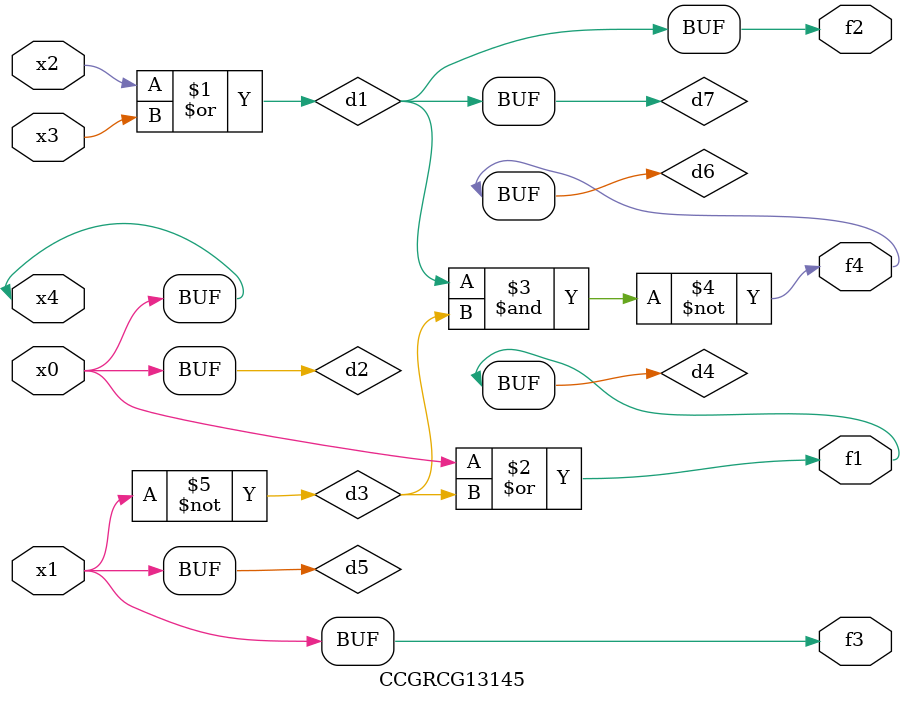
<source format=v>
module CCGRCG13145(
	input x0, x1, x2, x3, x4,
	output f1, f2, f3, f4
);

	wire d1, d2, d3, d4, d5, d6, d7;

	or (d1, x2, x3);
	buf (d2, x0, x4);
	not (d3, x1);
	or (d4, d2, d3);
	not (d5, d3);
	nand (d6, d1, d3);
	or (d7, d1);
	assign f1 = d4;
	assign f2 = d7;
	assign f3 = d5;
	assign f4 = d6;
endmodule

</source>
